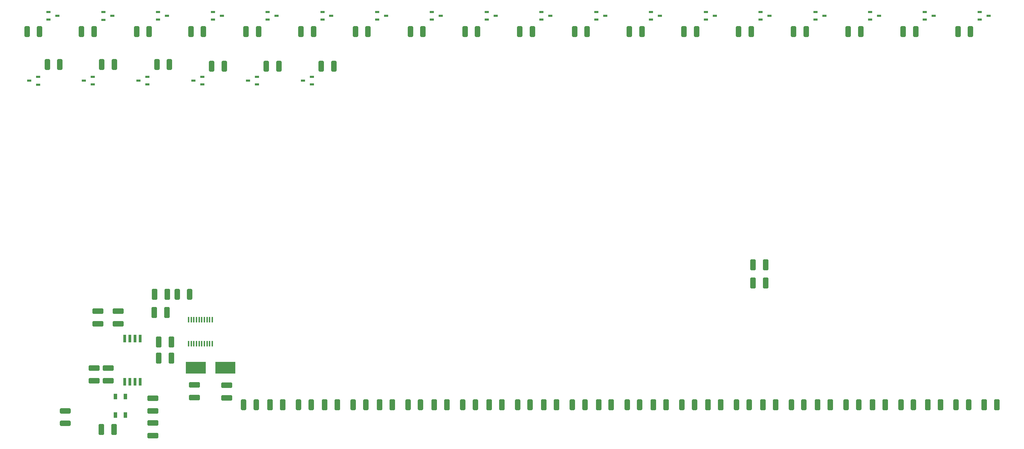
<source format=gbr>
%TF.GenerationSoftware,KiCad,Pcbnew,9.0.1*%
%TF.CreationDate,2025-04-13T16:26:25-07:00*%
%TF.ProjectId,HMI,484d492e-6b69-4636-9164-5f7063625858,rev?*%
%TF.SameCoordinates,Original*%
%TF.FileFunction,Paste,Top*%
%TF.FilePolarity,Positive*%
%FSLAX46Y46*%
G04 Gerber Fmt 4.6, Leading zero omitted, Abs format (unit mm)*
G04 Created by KiCad (PCBNEW 9.0.1) date 2025-04-13 16:26:25*
%MOMM*%
%LPD*%
G01*
G04 APERTURE LIST*
G04 Aperture macros list*
%AMRoundRect*
0 Rectangle with rounded corners*
0 $1 Rounding radius*
0 $2 $3 $4 $5 $6 $7 $8 $9 X,Y pos of 4 corners*
0 Add a 4 corners polygon primitive as box body*
4,1,4,$2,$3,$4,$5,$6,$7,$8,$9,$2,$3,0*
0 Add four circle primitives for the rounded corners*
1,1,$1+$1,$2,$3*
1,1,$1+$1,$4,$5*
1,1,$1+$1,$6,$7*
1,1,$1+$1,$8,$9*
0 Add four rect primitives between the rounded corners*
20,1,$1+$1,$2,$3,$4,$5,0*
20,1,$1+$1,$4,$5,$6,$7,0*
20,1,$1+$1,$6,$7,$8,$9,0*
20,1,$1+$1,$8,$9,$2,$3,0*%
G04 Aperture macros list end*
%ADD10R,0.650000X1.850000*%
%ADD11R,1.050000X0.600000*%
%ADD12R,4.900000X3.000000*%
%ADD13RoundRect,0.250000X1.075000X-0.400000X1.075000X0.400000X-1.075000X0.400000X-1.075000X-0.400000X0*%
%ADD14RoundRect,0.250000X0.400000X1.075000X-0.400000X1.075000X-0.400000X-1.075000X0.400000X-1.075000X0*%
%ADD15RoundRect,0.250000X-0.400000X-1.075000X0.400000X-1.075000X0.400000X1.075000X-0.400000X1.075000X0*%
%ADD16R,0.450000X1.475000*%
%ADD17R,0.900000X1.350000*%
%ADD18RoundRect,0.250000X1.100000X-0.412500X1.100000X0.412500X-1.100000X0.412500X-1.100000X-0.412500X0*%
%ADD19RoundRect,0.250000X0.412500X1.100000X-0.412500X1.100000X-0.412500X-1.100000X0.412500X-1.100000X0*%
%ADD20RoundRect,0.250000X-1.100000X0.412500X-1.100000X-0.412500X1.100000X-0.412500X1.100000X0.412500X0*%
%ADD21RoundRect,0.250000X-0.412500X-1.100000X0.412500X-1.100000X0.412500X1.100000X-0.412500X1.100000X0*%
G04 APERTURE END LIST*
D10*
%TO.C,IC1*%
X59405000Y-140825000D03*
X58135000Y-140825000D03*
X56865000Y-140825000D03*
X55595000Y-140825000D03*
X55595000Y-130175000D03*
X56865000Y-130175000D03*
X58135000Y-130175000D03*
X59405000Y-130175000D03*
%TD*%
D11*
%TO.C,Q2*%
X255000000Y-50500000D03*
X252800000Y-51450000D03*
X252800000Y-49550000D03*
%TD*%
%TO.C,Q17*%
X52500000Y-50550000D03*
X50300000Y-51500000D03*
X50300000Y-49600000D03*
%TD*%
%TO.C,Q18*%
X39000000Y-50500000D03*
X36800000Y-51450000D03*
X36800000Y-49550000D03*
%TD*%
%TO.C,Q1*%
X268500000Y-50500000D03*
X266300000Y-51450000D03*
X266300000Y-49550000D03*
%TD*%
%TO.C,Q24*%
X99500000Y-66500000D03*
X101700000Y-65550000D03*
X101700000Y-67450000D03*
%TD*%
%TO.C,Q22*%
X72500000Y-66500000D03*
X74700000Y-65550000D03*
X74700000Y-67450000D03*
%TD*%
%TO.C,Q23*%
X86000000Y-66500000D03*
X88200000Y-65550000D03*
X88200000Y-67450000D03*
%TD*%
%TO.C,Q13*%
X106500000Y-50500000D03*
X104300000Y-51450000D03*
X104300000Y-49550000D03*
%TD*%
%TO.C,Q14*%
X93000000Y-50500000D03*
X90800000Y-51450000D03*
X90800000Y-49550000D03*
%TD*%
%TO.C,Q7*%
X187500000Y-50500000D03*
X185300000Y-51450000D03*
X185300000Y-49550000D03*
%TD*%
%TO.C,Q19*%
X32000000Y-66550000D03*
X34200000Y-65600000D03*
X34200000Y-67500000D03*
%TD*%
%TO.C,Q20*%
X45500000Y-66500000D03*
X47700000Y-65550000D03*
X47700000Y-67450000D03*
%TD*%
%TO.C,Q21*%
X59000000Y-66500000D03*
X61200000Y-65550000D03*
X61200000Y-67450000D03*
%TD*%
%TO.C,Q15*%
X79500000Y-50500000D03*
X77300000Y-51450000D03*
X77300000Y-49550000D03*
%TD*%
%TO.C,Q16*%
X66000000Y-50500000D03*
X63800000Y-51450000D03*
X63800000Y-49550000D03*
%TD*%
%TO.C,Q3*%
X241500000Y-50500000D03*
X239300000Y-51450000D03*
X239300000Y-49550000D03*
%TD*%
%TO.C,Q4*%
X228000000Y-50500000D03*
X225800000Y-51450000D03*
X225800000Y-49550000D03*
%TD*%
%TO.C,Q5*%
X214500000Y-50500000D03*
X212300000Y-51450000D03*
X212300000Y-49550000D03*
%TD*%
%TO.C,Q6*%
X201000000Y-50500000D03*
X198800000Y-51450000D03*
X198800000Y-49550000D03*
%TD*%
%TO.C,Q12*%
X120000000Y-50500000D03*
X117800000Y-51450000D03*
X117800000Y-49550000D03*
%TD*%
%TO.C,Q8*%
X174000000Y-50500000D03*
X171800000Y-51450000D03*
X171800000Y-49550000D03*
%TD*%
%TO.C,Q9*%
X160500000Y-50500000D03*
X158300000Y-51450000D03*
X158300000Y-49550000D03*
%TD*%
%TO.C,Q10*%
X147000000Y-50500000D03*
X144800000Y-51450000D03*
X144800000Y-49550000D03*
%TD*%
%TO.C,Q11*%
X133500000Y-50500000D03*
X131300000Y-51450000D03*
X131300000Y-49550000D03*
%TD*%
D12*
%TO.C,Y1*%
X73100000Y-137385000D03*
X80400000Y-137385000D03*
%TD*%
D13*
%TO.C,R60*%
X40885000Y-151135000D03*
X40885000Y-148035000D03*
%TD*%
D14*
%TO.C,R59*%
X71612500Y-119250000D03*
X68512500Y-119250000D03*
%TD*%
D15*
%TO.C,R38*%
X84900000Y-146500000D03*
X88000000Y-146500000D03*
%TD*%
%TO.C,R37*%
X98450000Y-146500000D03*
X101550000Y-146500000D03*
%TD*%
%TO.C,R36*%
X111900000Y-146500000D03*
X115000000Y-146500000D03*
%TD*%
%TO.C,R35*%
X125400000Y-146500000D03*
X128500000Y-146500000D03*
%TD*%
%TO.C,R34*%
X138900000Y-146500000D03*
X142000000Y-146500000D03*
%TD*%
%TO.C,R33*%
X152400000Y-146500000D03*
X155500000Y-146500000D03*
%TD*%
%TO.C,R32*%
X165900000Y-146500000D03*
X169000000Y-146500000D03*
%TD*%
%TO.C,R31*%
X179400000Y-146500000D03*
X182500000Y-146500000D03*
%TD*%
%TO.C,R30*%
X192900000Y-146500000D03*
X196000000Y-146500000D03*
%TD*%
%TO.C,R29*%
X206400000Y-146500000D03*
X209500000Y-146500000D03*
%TD*%
%TO.C,R28*%
X219900000Y-146500000D03*
X223000000Y-146500000D03*
%TD*%
%TO.C,R27*%
X233400000Y-146500000D03*
X236500000Y-146500000D03*
%TD*%
%TO.C,R26*%
X246900000Y-146500000D03*
X250000000Y-146500000D03*
%TD*%
%TO.C,R25*%
X260500000Y-146500000D03*
X263600000Y-146500000D03*
%TD*%
D14*
%TO.C,R24*%
X107100000Y-63000000D03*
X104000000Y-63000000D03*
%TD*%
%TO.C,R23*%
X93550000Y-63000000D03*
X90450000Y-63000000D03*
%TD*%
%TO.C,R22*%
X80100000Y-63000000D03*
X77000000Y-63000000D03*
%TD*%
%TO.C,R21*%
X66600000Y-62500000D03*
X63500000Y-62500000D03*
%TD*%
%TO.C,R20*%
X53000000Y-62500000D03*
X49900000Y-62500000D03*
%TD*%
%TO.C,R19*%
X39600000Y-62500000D03*
X36500000Y-62500000D03*
%TD*%
D15*
%TO.C,R18*%
X31500000Y-54450000D03*
X34600000Y-54450000D03*
%TD*%
%TO.C,R17*%
X44900000Y-54450000D03*
X48000000Y-54450000D03*
%TD*%
%TO.C,R16*%
X58500000Y-54450000D03*
X61600000Y-54450000D03*
%TD*%
%TO.C,R15*%
X71900000Y-54450000D03*
X75000000Y-54450000D03*
%TD*%
%TO.C,R14*%
X85500000Y-54450000D03*
X88600000Y-54450000D03*
%TD*%
%TO.C,R13*%
X99000000Y-54450000D03*
X102100000Y-54450000D03*
%TD*%
%TO.C,R12*%
X112450000Y-54450000D03*
X115550000Y-54450000D03*
%TD*%
%TO.C,R11*%
X126000000Y-54450000D03*
X129100000Y-54450000D03*
%TD*%
%TO.C,R10*%
X139450000Y-54450000D03*
X142550000Y-54450000D03*
%TD*%
%TO.C,R9*%
X152950000Y-54450000D03*
X156050000Y-54450000D03*
%TD*%
%TO.C,R8*%
X166450000Y-54450000D03*
X169550000Y-54450000D03*
%TD*%
%TO.C,R7*%
X179950000Y-54450000D03*
X183050000Y-54450000D03*
%TD*%
%TO.C,R6*%
X193450000Y-54450000D03*
X196550000Y-54450000D03*
%TD*%
%TO.C,R5*%
X206900000Y-54450000D03*
X210000000Y-54450000D03*
%TD*%
%TO.C,R4*%
X220450000Y-54450000D03*
X223550000Y-54450000D03*
%TD*%
%TO.C,R3*%
X233900000Y-54450000D03*
X237000000Y-54450000D03*
%TD*%
%TO.C,R2*%
X247450000Y-54450000D03*
X250550000Y-54450000D03*
%TD*%
%TO.C,R1*%
X260950000Y-54450000D03*
X264050000Y-54450000D03*
%TD*%
D16*
%TO.C,IC6*%
X71325000Y-131438000D03*
X71975000Y-131438000D03*
X72625000Y-131438000D03*
X73275000Y-131438000D03*
X73925000Y-131438000D03*
X74575000Y-131438000D03*
X75225000Y-131438000D03*
X75875000Y-131438000D03*
X76525000Y-131438000D03*
X77175000Y-131438000D03*
X77175000Y-125562000D03*
X76525000Y-125562000D03*
X75875000Y-125562000D03*
X75225000Y-125562000D03*
X74575000Y-125562000D03*
X73925000Y-125562000D03*
X73275000Y-125562000D03*
X72625000Y-125562000D03*
X71975000Y-125562000D03*
X71325000Y-125562000D03*
%TD*%
D17*
%TO.C,FL1*%
X55750000Y-144500000D03*
X53250000Y-144500000D03*
X53250000Y-149050000D03*
X55750000Y-149050000D03*
%TD*%
D18*
%TO.C,C95*%
X62500000Y-148085000D03*
X62500000Y-144960000D03*
%TD*%
D19*
%TO.C,C94*%
X52947500Y-152585000D03*
X49822500Y-152585000D03*
%TD*%
D18*
%TO.C,C93*%
X62500000Y-154147500D03*
X62500000Y-151022500D03*
%TD*%
D20*
%TO.C,C92*%
X51500000Y-137437500D03*
X51500000Y-140562500D03*
%TD*%
D18*
%TO.C,C91*%
X48000000Y-140562500D03*
X48000000Y-137437500D03*
%TD*%
D19*
%TO.C,C90*%
X67062500Y-135000000D03*
X63937500Y-135000000D03*
%TD*%
D21*
%TO.C,C89*%
X63937500Y-131000000D03*
X67062500Y-131000000D03*
%TD*%
D18*
%TO.C,C86*%
X54000000Y-126562500D03*
X54000000Y-123437500D03*
%TD*%
%TO.C,C85*%
X49000000Y-126562500D03*
X49000000Y-123437500D03*
%TD*%
D20*
%TO.C,C68*%
X72750000Y-141625000D03*
X72750000Y-144750000D03*
%TD*%
%TO.C,C67*%
X80750000Y-141687500D03*
X80750000Y-144812500D03*
%TD*%
D19*
%TO.C,C66*%
X66062500Y-119250000D03*
X62937500Y-119250000D03*
%TD*%
%TO.C,C65*%
X66000000Y-123750000D03*
X62875000Y-123750000D03*
%TD*%
D21*
%TO.C,C16*%
X91375000Y-146500000D03*
X94500000Y-146500000D03*
%TD*%
%TO.C,C15*%
X104875000Y-146500000D03*
X108000000Y-146500000D03*
%TD*%
%TO.C,C14*%
X118375000Y-146500000D03*
X121500000Y-146500000D03*
%TD*%
%TO.C,C13*%
X131875000Y-146500000D03*
X135000000Y-146500000D03*
%TD*%
%TO.C,C12*%
X145375000Y-146500000D03*
X148500000Y-146500000D03*
%TD*%
%TO.C,C11*%
X158875000Y-146500000D03*
X162000000Y-146500000D03*
%TD*%
%TO.C,C10*%
X172375000Y-146500000D03*
X175500000Y-146500000D03*
%TD*%
%TO.C,C9*%
X185875000Y-146500000D03*
X189000000Y-146500000D03*
%TD*%
%TO.C,C8*%
X199375000Y-146500000D03*
X202500000Y-146500000D03*
%TD*%
%TO.C,C7*%
X212875000Y-146500000D03*
X216000000Y-146500000D03*
%TD*%
%TO.C,C6*%
X226375000Y-146500000D03*
X229500000Y-146500000D03*
%TD*%
%TO.C,C5*%
X239875000Y-146500000D03*
X243000000Y-146500000D03*
%TD*%
%TO.C,C4*%
X253500000Y-146500000D03*
X256625000Y-146500000D03*
%TD*%
%TO.C,C3*%
X267437500Y-146500000D03*
X270562500Y-146500000D03*
%TD*%
%TO.C,C2*%
X210437500Y-112000000D03*
X213562500Y-112000000D03*
%TD*%
%TO.C,C1*%
X210437500Y-116500000D03*
X213562500Y-116500000D03*
%TD*%
M02*

</source>
